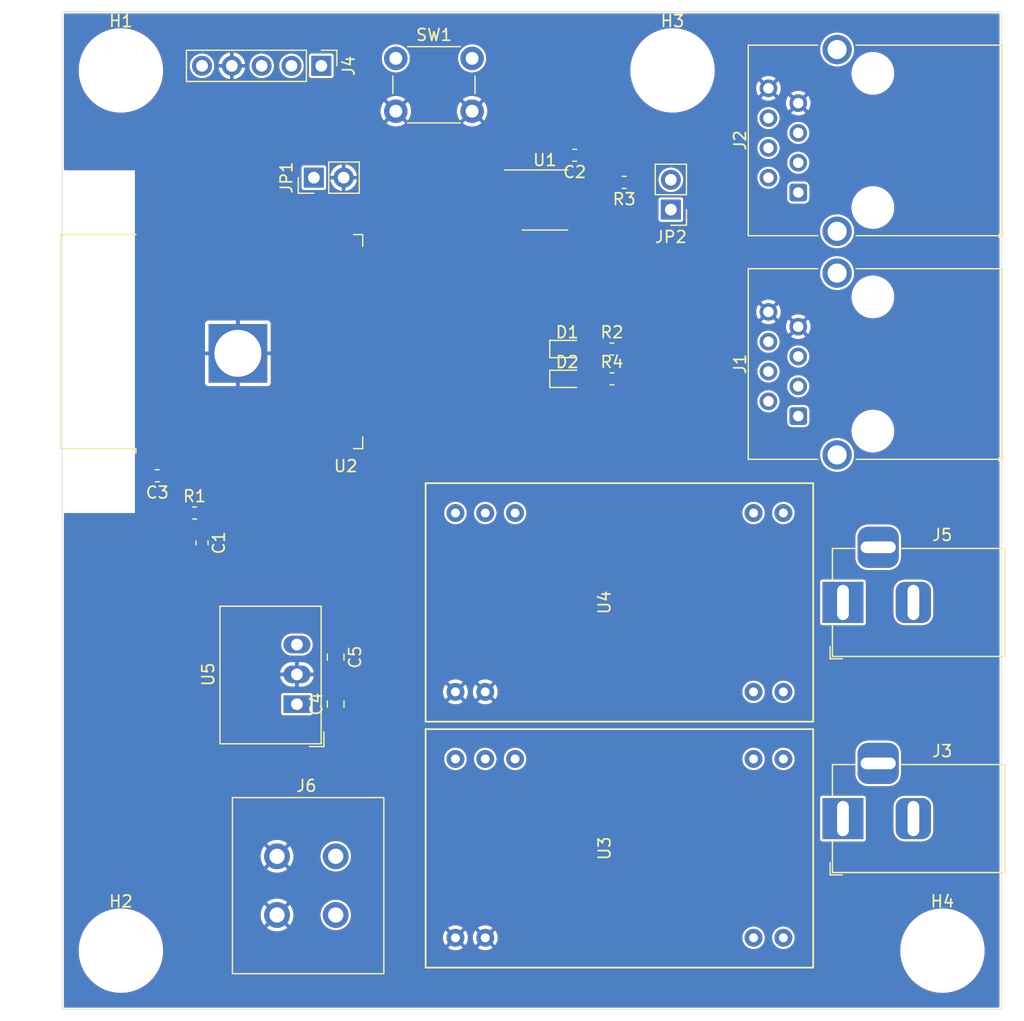
<source format=kicad_pcb>
(kicad_pcb (version 20190905) (host pcbnew "(5.99.0-204-g8c2ee6c02)")
  (layers (0 "F.Cu" signal) (31 "B.Cu" signal) (34 "B.Paste" user) (35 "F.Paste" user) (36 "B.SilkS" user) (37 "F.SilkS" user) (38 "B.Mask" user) (39 "F.Mask" user) (44 "Edge.Cuts" user))
  (net 0 "")
  (net 1 "GND")
  (net 2 "/EN")
  (net 3 "+3V3")
  (net 4 "Net-(D1-Pad2)")
  (net 5 "Net-(D2-Pad2)")
  (net 6 "/W_COLD-")
  (net 7 "/W_COLD+")
  (net 8 "/USB_RXD")
  (net 9 "/USB_TXD")
  (net 10 "/W_WARM-")
  (net 11 "/W_WARM+")
  (net 12 "/IO0")
  (net 13 "Net-(JP2-Pad2)")
  (net 14 "/RS485_A")
  (net 15 "/RS485_B")
  (net 16 "/DI")
  (net 17 "/RO")
  (net 18 "+28V")
  (net 19 "/TASTER")
  (net 20 "/RTS")
  (net 21 "Net-(J1-PadSH)")
  (net 22 "/RJ45_6")
  (net 23 "/RJ45_5")
  (net 24 "/RJ45_4")
  (net 25 "/RJ45_3")
  (net 26 "Net-(J2-PadSH)")
  (module "MTJ-88TX1-FSD-PGB:RJ45_MTJ-88TX1-FSD-PGB" (layer "F.Cu") (at 132.715 65.405 90)
    (fp_text reference "J2" (at 4.45 -4.96 90) (layer "F.SilkS"))
    (fp_text value "RJ45")
    (fp_line (start -3.46 17.26) (end -3.46 17.51) (layer "F.SilkS") (width 0.12))
    (fp_line (start -3.56 17.11) (end -3.81 17.11) (layer "F.SilkS") (width 0.12))
    (fp_line (start 12.56 4.93) (end 12.56 17.38) (layer "F.SilkS") (width 0.12))
    (fp_line (start 12.56 17.38) (end -3.68 17.38) (layer "F.SilkS") (width 0.12))
    (fp_line (start -3.68 4.93) (end -3.68 17.38) (layer "F.SilkS") (width 0.12))
    (fp_line (start -3.68 -4.26) (end -3.68 1.65) (layer "F.SilkS") (width 0.12))
    (fp_line (start 12.56 -4.26) (end 12.56 1.65) (layer "F.SilkS") (width 0.12))
    (fp_line (start -3.68 -4.26) (end 12.56 -4.26) (layer "F.SilkS") (width 0.12))
    (pad "SH" thru_hole circle (at 12.185 3.31 90) (size 2.5 2.5) (drill 1.63) (layers *.Cu *.Mask) (net 26 "Net-(J2-PadSH)"))
    (pad "8" thru_hole circle (at 8.88 -2.54 90) (size 1.5 1.5) (drill 0.9) (layers *.Cu *.Mask) (net 1 "GND"))
    (pad "SH" thru_hole circle (at -3.305 3.31 90) (size 2.5 2.5) (drill 1.63) (layers *.Cu *.Mask) (net 26 "Net-(J2-PadSH)"))
    (pad "7" thru_hole circle (at 7.62 0 90) (size 1.5 1.5) (drill 0.9) (layers *.Cu *.Mask) (net 1 "GND"))
    (pad "6" thru_hole circle (at 6.34 -2.54 180) (size 1.5 1.5) (drill 0.9) (layers *.Cu *.Mask) (net 22 "/RJ45_6"))
    (pad "5" thru_hole circle (at 5.08 0 90) (size 1.5 1.5) (drill 0.9) (layers *.Cu *.Mask) (net 23 "/RJ45_5"))
    (pad "4" thru_hole circle (at 3.8 -2.54 90) (size 1.5 1.5) (drill 0.9) (layers *.Cu *.Mask) (net 24 "/RJ45_4"))
    (pad "3" thru_hole circle (at 2.54 0 90) (size 1.5 1.5) (drill 0.9) (layers *.Cu *.Mask) (net 25 "/RJ45_3"))
    (pad "2" thru_hole circle (at 1.26 -2.54 90) (size 1.5 1.5) (drill 0.9) (layers *.Cu *.Mask) (net 15 "/RS485_B"))
    (pad "1" thru_hole roundrect (at 0 0 90) (size 1.5 1.5) (drill 0.9) (layers *.Cu *.Mask) (roundrect_rratio 0.167) (net 14 "/RS485_A"))
    (pad "" np_thru_hole circle (at -1.275 6.36 90) (size 3.25 3.25) (drill 3.25) (layers *.Cu *.Mask))
    (pad "" np_thru_hole circle (at 10.155 6.36 90) (size 3.25 3.25) (drill 3.25) (layers *.Cu *.Mask))
  )
  (module "MTJ-88TX1-FSD-PGB:RJ45_MTJ-88TX1-FSD-PGB" (layer "F.Cu") (at 132.715 84.455 90)
    (fp_text reference "J1" (at 4.45 -4.96 90) (layer "F.SilkS"))
    (fp_text value "RJ45")
    (fp_line (start -3.46 17.26) (end -3.46 17.51) (layer "F.SilkS") (width 0.12))
    (fp_line (start -3.56 17.11) (end -3.81 17.11) (layer "F.SilkS") (width 0.12))
    (fp_line (start 12.56 4.93) (end 12.56 17.38) (layer "F.SilkS") (width 0.12))
    (fp_line (start 12.56 17.38) (end -3.68 17.38) (layer "F.SilkS") (width 0.12))
    (fp_line (start -3.68 4.93) (end -3.68 17.38) (layer "F.SilkS") (width 0.12))
    (fp_line (start -3.68 -4.26) (end -3.68 1.65) (layer "F.SilkS") (width 0.12))
    (fp_line (start 12.56 -4.26) (end 12.56 1.65) (layer "F.SilkS") (width 0.12))
    (fp_line (start -3.68 -4.26) (end 12.56 -4.26) (layer "F.SilkS") (width 0.12))
    (pad "SH" thru_hole circle (at 12.185 3.31 90) (size 2.5 2.5) (drill 1.63) (layers *.Cu *.Mask) (net 21 "Net-(J1-PadSH)"))
    (pad "8" thru_hole circle (at 8.88 -2.54 90) (size 1.5 1.5) (drill 0.9) (layers *.Cu *.Mask) (net 1 "GND"))
    (pad "SH" thru_hole circle (at -3.305 3.31 90) (size 2.5 2.5) (drill 1.63) (layers *.Cu *.Mask) (net 21 "Net-(J1-PadSH)"))
    (pad "7" thru_hole circle (at 7.62 0 90) (size 1.5 1.5) (drill 0.9) (layers *.Cu *.Mask) (net 1 "GND"))
    (pad "6" thru_hole circle (at 6.34 -2.54 180) (size 1.5 1.5) (drill 0.9) (layers *.Cu *.Mask) (net 22 "/RJ45_6"))
    (pad "5" thru_hole circle (at 5.08 0 90) (size 1.5 1.5) (drill 0.9) (layers *.Cu *.Mask) (net 23 "/RJ45_5"))
    (pad "4" thru_hole circle (at 3.8 -2.54 90) (size 1.5 1.5) (drill 0.9) (layers *.Cu *.Mask) (net 24 "/RJ45_4"))
    (pad "3" thru_hole circle (at 2.54 0 90) (size 1.5 1.5) (drill 0.9) (layers *.Cu *.Mask) (net 25 "/RJ45_3"))
    (pad "2" thru_hole circle (at 1.26 -2.54 90) (size 1.5 1.5) (drill 0.9) (layers *.Cu *.Mask) (net 15 "/RS485_B"))
    (pad "1" thru_hole roundrect (at 0 0 90) (size 1.5 1.5) (drill 0.9) (layers *.Cu *.Mask) (roundrect_rratio 0.167) (net 14 "/RS485_A"))
    (pad "" np_thru_hole circle (at -1.275 6.36 90) (size 3.25 3.25) (drill 3.25) (layers *.Cu *.Mask))
    (pad "" np_thru_hole circle (at 10.155 6.36 90) (size 3.25 3.25) (drill 3.25) (layers *.Cu *.Mask))
  )
  (module "TBL005A-500:TBL005A-500-02" (layer "F.Cu") (at 90.805 124.46)
    (fp_text reference "J6" (at 0 -8.5 unlocked) (layer "F.SilkS"))
    (fp_text value "Conn_01x02")
    (fp_line (start -6.3 -7.5) (end 6.6 -7.5) (layer "F.SilkS") (width 0.12))
    (fp_line (start 6.6 -7.5) (end 6.6 7.5) (layer "F.SilkS") (width 0.12))
    (fp_line (start 6.6 7.5) (end -6.3 7.5) (layer "F.SilkS") (width 0.12))
    (fp_line (start -6.3 7.5) (end -6.3 -7.5) (layer "F.SilkS") (width 0.12))
    (pad "2" thru_hole circle (at 2.5 2.5) (size 2.2 2.2) (drill 1.3) (layers *.Cu *.Mask) (net 18 "+28V"))
    (pad "1" thru_hole circle (at -2.5 2.5) (size 2.2 2.2) (drill 1.3) (layers *.Cu *.Mask) (net 1 "GND"))
    (pad "2" thru_hole circle (at 2.5 -2.5) (size 2.2 2.2) (drill 1.3) (layers *.Cu *.Mask) (net 18 "+28V"))
    (pad "1" thru_hole circle (at -2.5 -2.5) (size 2.2 2.2) (drill 1.3) (layers *.Cu *.Mask) (net 1 "GND"))
  )
  (module "MountingHole:MountingHole_3.2mm_M3" (layer "F.Cu") (at 145 130)
    (fp_text reference "H4" (at 0 -4.2) (layer "F.SilkS"))
    (fp_text value "MountingHole")
    (pad "1" np_thru_hole circle (at 0 0) (size 3.2 3.2) (drill 3.2) (layers *.Cu *.Mask))
  )
  (module "MountingHole:MountingHole_3.2mm_M3" (layer "F.Cu") (at 122 55)
    (fp_text reference "H3" (at 0 -4.2) (layer "F.SilkS"))
    (fp_text value "MountingHole")
    (pad "1" np_thru_hole circle (at 0 0) (size 3.2 3.2) (drill 3.2) (layers *.Cu *.Mask))
  )
  (module "MountingHole:MountingHole_3.2mm_M3" (layer "F.Cu") (at 75 130)
    (fp_text reference "H2" (at 0 -4.2) (layer "F.SilkS"))
    (fp_text value "MountingHole")
    (pad "1" np_thru_hole circle (at 0 0) (size 3.2 3.2) (drill 3.2) (layers *.Cu *.Mask))
  )
  (module "MountingHole:MountingHole_3.2mm_M3" (layer "F.Cu") (at 75 55)
    (fp_text reference "H1" (at 0 -4.2) (layer "F.SilkS"))
    (fp_text value "MountingHole")
    (pad "1" np_thru_hole circle (at 0 0) (size 3.2 3.2) (drill 3.2) (layers *.Cu *.Mask))
  )
  (module "Capacitor_SMD:C_0805_2012Metric" (layer "F.Cu") (at 93.3 104.99 -90)
    (fp_text reference "C5" (at 0 -1.65 90) (layer "F.SilkS"))
    (fp_text value "22u")
    (fp_line (start -0.258578 -0.71) (end 0.258578 -0.71) (layer "F.SilkS") (width 0.12))
    (fp_line (start -0.258578 0.71) (end 0.258578 0.71) (layer "F.SilkS") (width 0.12))
    (pad "2" smd roundrect (at 0.9375 0 270) (size 0.975 1.4) (layers "F.Cu" "F.Paste" "F.Mask") (net 1 "GND"))
    (pad "1" smd roundrect (at -0.9375 0 270) (size 0.975 1.4) (layers "F.Cu" "F.Paste" "F.Mask") (net 3 "+3V3"))
  )
  (module "Capacitor_SMD:C_0805_2012Metric" (layer "F.Cu") (at 93.3 108.99 90)
    (fp_text reference "C4" (at 0 -1.65 90) (layer "F.SilkS"))
    (fp_text value "10u")
    (fp_line (start -0.258578 -0.71) (end 0.258578 -0.71) (layer "F.SilkS") (width 0.12))
    (fp_line (start -0.258578 0.71) (end 0.258578 0.71) (layer "F.SilkS") (width 0.12))
    (pad "2" smd roundrect (at 0.9375 0 90) (size 0.975 1.4) (layers "F.Cu" "F.Paste" "F.Mask") (net 1 "GND"))
    (pad "1" smd roundrect (at -0.9375 0 90) (size 0.975 1.4) (layers "F.Cu" "F.Paste" "F.Mask") (net 18 "+28V"))
  )
  (module "Button_Switch_THT:SW_PUSH_6mm" (layer "F.Cu") (at 98.425 53.975)
    (fp_text reference "SW1" (at 3.25 -2) (layer "F.SilkS"))
    (fp_text value "SW_Push")
    (fp_line (start 1 5.5) (end 5.5 5.5) (layer "F.SilkS") (width 0.12))
    (fp_line (start -0.25 1.5) (end -0.25 3) (layer "F.SilkS") (width 0.12))
    (fp_line (start 5.5 -1) (end 1 -1) (layer "F.SilkS") (width 0.12))
    (fp_line (start 6.75 3) (end 6.75 1.5) (layer "F.SilkS") (width 0.12))
    (pad "1" thru_hole circle (at 6.5 0 90) (size 2 2) (drill 1.1) (layers *.Cu *.Mask) (net 19 "/TASTER"))
    (pad "2" thru_hole circle (at 6.5 4.5 90) (size 2 2) (drill 1.1) (layers *.Cu *.Mask) (net 1 "GND"))
    (pad "1" thru_hole circle (at 0 0 90) (size 2 2) (drill 1.1) (layers *.Cu *.Mask) (net 19 "/TASTER"))
    (pad "2" thru_hole circle (at 0 4.5 90) (size 2 2) (drill 1.1) (layers *.Cu *.Mask) (net 1 "GND"))
  )
  (module "Converter_DCDC:Converter_DCDC_RECOM_R-78E-0.5_THT" (layer "F.Cu") (at 90 109 90)
    (fp_text reference "U5" (at 2.54 -7.56 90) (layer "F.SilkS"))
    (fp_text value "VXO7803-1000")
    (fp_line (start -3.611 2.3) (end -2.371 2.3) (layer "F.SilkS") (width 0.12))
    (fp_line (start -3.611 1.06) (end -3.611 2.3) (layer "F.SilkS") (width 0.12))
    (fp_line (start 8.35 -6.56) (end 8.35 2.06) (layer "F.SilkS") (width 0.12))
    (fp_line (start -3.371 -6.56) (end -3.371 2.06) (layer "F.SilkS") (width 0.12))
    (fp_line (start -3.371 2.06) (end 8.35 2.06) (layer "F.SilkS") (width 0.12))
    (fp_line (start -3.371 -6.56) (end 8.35 -6.56) (layer "F.SilkS") (width 0.12))
    (pad "3" thru_hole oval (at 5.08 0 90) (size 1.5 2.3) (drill 1) (layers *.Cu *.Mask) (net 3 "+3V3"))
    (pad "2" thru_hole oval (at 2.54 0 90) (size 1.5 2.3) (drill 1) (layers *.Cu *.Mask) (net 1 "GND"))
    (pad "1" thru_hole rect (at 0 0 90) (size 1.5 2.3) (drill 1) (layers *.Cu *.Mask) (net 18 "+28V"))
  )
  (module "meanwell_led_driver:LDD_H" (layer "F.Cu") (at 117.475 100.33 90)
    (fp_text reference "U4" (at 0 -1.27 90) (layer "F.SilkS"))
    (fp_text value "LDD-H")
    (fp_line (start -10.16 16.51) (end -10.16 -16.51) (layer "F.SilkS") (width 0.15))
    (fp_line (start 10.16 16.51) (end -10.16 16.51) (layer "F.SilkS") (width 0.15))
    (fp_line (start 10.16 -16.51) (end 10.16 16.51) (layer "F.SilkS") (width 0.15))
    (fp_line (start -10.16 -16.51) (end 10.16 -16.51) (layer "F.SilkS") (width 0.15))
    (pad "24" thru_hole circle (at 7.62 -13.97 90) (size 1.524 1.524) (drill 0.762) (layers *.Cu *.Mask) (net 18 "+28V"))
    (pad "23" thru_hole circle (at 7.62 -11.43 90) (size 1.524 1.524) (drill 0.762) (layers *.Cu *.Mask) (net 18 "+28V"))
    (pad "22" thru_hole circle (at 7.62 -8.89 90) (size 1.524 1.524) (drill 0.762) (layers *.Cu *.Mask))
    (pad "14" thru_hole circle (at 7.62 11.43 90) (size 1.524 1.524) (drill 0.762) (layers *.Cu *.Mask) (net 11 "/W_WARM+"))
    (pad "13" thru_hole circle (at 7.62 13.97 90) (size 1.524 1.524) (drill 0.762) (layers *.Cu *.Mask) (net 11 "/W_WARM+"))
    (pad "12" thru_hole circle (at -7.62 13.97 90) (size 1.524 1.524) (drill 0.762) (layers *.Cu *.Mask) (net 10 "/W_WARM-"))
    (pad "11" thru_hole circle (at -7.62 11.43 90) (size 1.524 1.524) (drill 0.762) (layers *.Cu *.Mask) (net 10 "/W_WARM-"))
    (pad "2" thru_hole circle (at -7.62 -11.43 90) (size 1.524 1.524) (drill 0.762) (layers *.Cu *.Mask) (net 1 "GND"))
    (pad "1" thru_hole circle (at -7.62 -13.97 90) (size 1.524 1.524) (drill 0.762) (layers *.Cu *.Mask) (net 1 "GND"))
  )
  (module "meanwell_led_driver:LDD_H" (layer "F.Cu") (at 117.475 121.285 90)
    (fp_text reference "U3" (at 0 -1.27 90) (layer "F.SilkS"))
    (fp_text value "LDD-H")
    (fp_line (start -10.16 16.51) (end -10.16 -16.51) (layer "F.SilkS") (width 0.15))
    (fp_line (start 10.16 16.51) (end -10.16 16.51) (layer "F.SilkS") (width 0.15))
    (fp_line (start 10.16 -16.51) (end 10.16 16.51) (layer "F.SilkS") (width 0.15))
    (fp_line (start -10.16 -16.51) (end 10.16 -16.51) (layer "F.SilkS") (width 0.15))
    (pad "24" thru_hole circle (at 7.62 -13.97 90) (size 1.524 1.524) (drill 0.762) (layers *.Cu *.Mask) (net 18 "+28V"))
    (pad "23" thru_hole circle (at 7.62 -11.43 90) (size 1.524 1.524) (drill 0.762) (layers *.Cu *.Mask) (net 18 "+28V"))
    (pad "22" thru_hole circle (at 7.62 -8.89 90) (size 1.524 1.524) (drill 0.762) (layers *.Cu *.Mask))
    (pad "14" thru_hole circle (at 7.62 11.43 90) (size 1.524 1.524) (drill 0.762) (layers *.Cu *.Mask) (net 7 "/W_COLD+"))
    (pad "13" thru_hole circle (at 7.62 13.97 90) (size 1.524 1.524) (drill 0.762) (layers *.Cu *.Mask) (net 7 "/W_COLD+"))
    (pad "12" thru_hole circle (at -7.62 13.97 90) (size 1.524 1.524) (drill 0.762) (layers *.Cu *.Mask) (net 6 "/W_COLD-"))
    (pad "11" thru_hole circle (at -7.62 11.43 90) (size 1.524 1.524) (drill 0.762) (layers *.Cu *.Mask) (net 6 "/W_COLD-"))
    (pad "2" thru_hole circle (at -7.62 -11.43 90) (size 1.524 1.524) (drill 0.762) (layers *.Cu *.Mask) (net 1 "GND"))
    (pad "1" thru_hole circle (at -7.62 -13.97 90) (size 1.524 1.524) (drill 0.762) (layers *.Cu *.Mask) (net 1 "GND"))
  )
  (module "RF_Module:ESP32-WROOM-32" (layer "F.Cu") (at 85.725 78.105 90)
    (fp_text reference "U2" (at -10.61 8.43) (layer "F.SilkS"))
    (fp_text value "ESP32-WROOM-32D")
    (fp_line (start -9.12 -9.445) (end -9.5 -9.445) (layer "F.SilkS") (width 0.12))
    (fp_line (start -9.12 -15.865) (end -9.12 -9.445) (layer "F.SilkS") (width 0.12))
    (fp_line (start 9.12 -15.865) (end 9.12 -9.445) (layer "F.SilkS") (width 0.12))
    (fp_line (start -9.12 -15.865) (end 9.12 -15.865) (layer "F.SilkS") (width 0.12))
    (fp_line (start 9.12 9.88) (end 8.12 9.88) (layer "F.SilkS") (width 0.12))
    (fp_line (start 9.12 9.1) (end 9.12 9.88) (layer "F.SilkS") (width 0.12))
    (fp_line (start -9.12 9.88) (end -8.12 9.88) (layer "F.SilkS") (width 0.12))
    (fp_line (start -9.12 9.1) (end -9.12 9.88) (layer "F.SilkS") (width 0.12))
    (pad "38" smd rect (at 8.5 -8.255 90) (size 2 0.9) (layers "F.Cu" "F.Paste" "F.Mask") (net 1 "GND"))
    (pad "37" smd rect (at 8.5 -6.985 90) (size 2 0.9) (layers "F.Cu" "F.Paste" "F.Mask"))
    (pad "36" smd rect (at 8.5 -5.715 90) (size 2 0.9) (layers "F.Cu" "F.Paste" "F.Mask"))
    (pad "35" smd rect (at 8.5 -4.445 90) (size 2 0.9) (layers "F.Cu" "F.Paste" "F.Mask") (net 8 "/USB_RXD"))
    (pad "34" smd rect (at 8.5 -3.175 90) (size 2 0.9) (layers "F.Cu" "F.Paste" "F.Mask") (net 9 "/USB_TXD"))
    (pad "33" smd rect (at 8.5 -1.905 90) (size 2 0.9) (layers "F.Cu" "F.Paste" "F.Mask"))
    (pad "32" smd rect (at 8.5 -0.635 90) (size 2 0.9) (layers "F.Cu" "F.Paste" "F.Mask"))
    (pad "31" smd rect (at 8.5 0.635 90) (size 2 0.9) (layers "F.Cu" "F.Paste" "F.Mask"))
    (pad "30" smd rect (at 8.5 1.905 90) (size 2 0.9) (layers "F.Cu" "F.Paste" "F.Mask"))
    (pad "29" smd rect (at 8.5 3.175 90) (size 2 0.9) (layers "F.Cu" "F.Paste" "F.Mask"))
    (pad "28" smd rect (at 8.5 4.445 90) (size 2 0.9) (layers "F.Cu" "F.Paste" "F.Mask") (net 16 "/DI"))
    (pad "27" smd rect (at 8.5 5.715 90) (size 2 0.9) (layers "F.Cu" "F.Paste" "F.Mask") (net 17 "/RO"))
    (pad "26" smd rect (at 8.5 6.985 90) (size 2 0.9) (layers "F.Cu" "F.Paste" "F.Mask") (net 20 "/RTS"))
    (pad "25" smd rect (at 8.5 8.255 90) (size 2 0.9) (layers "F.Cu" "F.Paste" "F.Mask") (net 12 "/IO0"))
    (pad "24" smd rect (at 5.715 9.255 180) (size 2 0.9) (layers "F.Cu" "F.Paste" "F.Mask"))
    (pad "23" smd rect (at 4.445 9.255 180) (size 2 0.9) (layers "F.Cu" "F.Paste" "F.Mask"))
    (pad "22" smd rect (at 3.175 9.255 180) (size 2 0.9) (layers "F.Cu" "F.Paste" "F.Mask"))
    (pad "21" smd rect (at 1.905 9.255 180) (size 2 0.9) (layers "F.Cu" "F.Paste" "F.Mask"))
    (pad "20" smd rect (at 0.635 9.255 180) (size 2 0.9) (layers "F.Cu" "F.Paste" "F.Mask"))
    (pad "19" smd rect (at -0.635 9.255 180) (size 2 0.9) (layers "F.Cu" "F.Paste" "F.Mask"))
    (pad "18" smd rect (at -1.905 9.255 180) (size 2 0.9) (layers "F.Cu" "F.Paste" "F.Mask"))
    (pad "17" smd rect (at -3.175 9.255 180) (size 2 0.9) (layers "F.Cu" "F.Paste" "F.Mask"))
    (pad "16" smd rect (at -4.445 9.255 180) (size 2 0.9) (layers "F.Cu" "F.Paste" "F.Mask"))
    (pad "15" smd rect (at -5.715 9.255 180) (size 2 0.9) (layers "F.Cu" "F.Paste" "F.Mask") (net 1 "GND"))
    (pad "14" smd rect (at -8.5 8.255 90) (size 2 0.9) (layers "F.Cu" "F.Paste" "F.Mask"))
    (pad "13" smd rect (at -8.5 6.985 90) (size 2 0.9) (layers "F.Cu" "F.Paste" "F.Mask"))
    (pad "12" smd rect (at -8.5 5.715 90) (size 2 0.9) (layers "F.Cu" "F.Paste" "F.Mask"))
    (pad "11" smd rect (at -8.5 4.445 90) (size 2 0.9) (layers "F.Cu" "F.Paste" "F.Mask"))
    (pad "10" smd rect (at -8.5 3.175 90) (size 2 0.9) (layers "F.Cu" "F.Paste" "F.Mask"))
    (pad "9" smd rect (at -8.5 1.905 90) (size 2 0.9) (layers "F.Cu" "F.Paste" "F.Mask"))
    (pad "8" smd rect (at -8.5 0.635 90) (size 2 0.9) (layers "F.Cu" "F.Paste" "F.Mask"))
    (pad "7" smd rect (at -8.5 -0.635 90) (size 2 0.9) (layers "F.Cu" "F.Paste" "F.Mask"))
    (pad "6" smd rect (at -8.5 -1.905 90) (size 2 0.9) (layers "F.Cu" "F.Paste" "F.Mask"))
    (pad "5" smd rect (at -8.5 -3.175 90) (size 2 0.9) (layers "F.Cu" "F.Paste" "F.Mask"))
    (pad "4" smd rect (at -8.5 -4.445 90) (size 2 0.9) (layers "F.Cu" "F.Paste" "F.Mask"))
    (pad "3" smd rect (at -8.5 -5.715 90) (size 2 0.9) (layers "F.Cu" "F.Paste" "F.Mask") (net 2 "/EN"))
    (pad "2" smd rect (at -8.5 -6.985 90) (size 2 0.9) (layers "F.Cu" "F.Paste" "F.Mask") (net 3 "+3V3"))
    (pad "1" smd rect (at -8.5 -8.255 90) (size 2 0.9) (layers "F.Cu" "F.Paste" "F.Mask") (net 1 "GND"))
    (pad "39" thru_hole rect (at -1 -0.755 90) (size 5 5) (drill 4) (layers *.Cu *.Mask) (net 1 "GND"))
  )
  (module "Package_SO:SOIC-8_3.9x4.9mm_P1.27mm" (layer "F.Cu") (at 111.125 66.04)
    (fp_text reference "U1" (at 0 -3.4) (layer "F.SilkS"))
    (fp_text value "ST1480ACDR")
    (fp_line (start 0 -2.56) (end -3.45 -2.56) (layer "F.SilkS") (width 0.12))
    (fp_line (start 0 -2.56) (end 1.95 -2.56) (layer "F.SilkS") (width 0.12))
    (fp_line (start 0 2.56) (end -1.95 2.56) (layer "F.SilkS") (width 0.12))
    (fp_line (start 0 2.56) (end 1.95 2.56) (layer "F.SilkS") (width 0.12))
    (pad "8" smd roundrect (at 2.475 -1.905) (size 1.95 0.6) (layers "F.Cu" "F.Paste" "F.Mask") (net 3 "+3V3"))
    (pad "7" smd roundrect (at 2.475 -0.635) (size 1.95 0.6) (layers "F.Cu" "F.Paste" "F.Mask") (net 15 "/RS485_B"))
    (pad "6" smd roundrect (at 2.475 0.635) (size 1.95 0.6) (layers "F.Cu" "F.Paste" "F.Mask") (net 14 "/RS485_A"))
    (pad "5" smd roundrect (at 2.475 1.905) (size 1.95 0.6) (layers "F.Cu" "F.Paste" "F.Mask") (net 1 "GND"))
    (pad "4" smd roundrect (at -2.475 1.905) (size 1.95 0.6) (layers "F.Cu" "F.Paste" "F.Mask") (net 16 "/DI"))
    (pad "3" smd roundrect (at -2.475 0.635) (size 1.95 0.6) (layers "F.Cu" "F.Paste" "F.Mask") (net 20 "/RTS"))
    (pad "2" smd roundrect (at -2.475 -0.635) (size 1.95 0.6) (layers "F.Cu" "F.Paste" "F.Mask") (net 20 "/RTS"))
    (pad "1" smd roundrect (at -2.475 -1.905) (size 1.95 0.6) (layers "F.Cu" "F.Paste" "F.Mask") (net 17 "/RO"))
  )
  (module "Resistor_SMD:R_0603_1608Metric" (layer "F.Cu") (at 116.84 81.28)
    (fp_text reference "R4" (at 0 -1.43) (layer "F.SilkS"))
    (fp_text value "1k")
    (fp_line (start -0.162779 0.51) (end 0.162779 0.51) (layer "F.SilkS") (width 0.12))
    (fp_line (start -0.162779 -0.51) (end 0.162779 -0.51) (layer "F.SilkS") (width 0.12))
    (pad "2" smd roundrect (at 0.7875 0) (size 0.875 0.95) (layers "F.Cu" "F.Paste" "F.Mask"))
    (pad "1" smd roundrect (at -0.7875 0) (size 0.875 0.95) (layers "F.Cu" "F.Paste" "F.Mask") (net 5 "Net-(D2-Pad2)"))
  )
  (module "Resistor_SMD:R_0603_1608Metric" (layer "F.Cu") (at 117.885 64.54 180)
    (fp_text reference "R3" (at 0 -1.43) (layer "F.SilkS"))
    (fp_text value "120R")
    (fp_line (start -0.162779 0.51) (end 0.162779 0.51) (layer "F.SilkS") (width 0.12))
    (fp_line (start -0.162779 -0.51) (end 0.162779 -0.51) (layer "F.SilkS") (width 0.12))
    (pad "2" smd roundrect (at 0.7875 0 180) (size 0.875 0.95) (layers "F.Cu" "F.Paste" "F.Mask") (net 15 "/RS485_B"))
    (pad "1" smd roundrect (at -0.7875 0 180) (size 0.875 0.95) (layers "F.Cu" "F.Paste" "F.Mask") (net 13 "Net-(JP2-Pad2)"))
  )
  (module "Resistor_SMD:R_0603_1608Metric" (layer "F.Cu") (at 116.84 78.74)
    (fp_text reference "R2" (at 0 -1.43) (layer "F.SilkS"))
    (fp_text value "1k")
    (fp_line (start -0.162779 0.51) (end 0.162779 0.51) (layer "F.SilkS") (width 0.12))
    (fp_line (start -0.162779 -0.51) (end 0.162779 -0.51) (layer "F.SilkS") (width 0.12))
    (pad "2" smd roundrect (at 0.7875 0) (size 0.875 0.95) (layers "F.Cu" "F.Paste" "F.Mask"))
    (pad "1" smd roundrect (at -0.7875 0) (size 0.875 0.95) (layers "F.Cu" "F.Paste" "F.Mask") (net 4 "Net-(D1-Pad2)"))
  )
  (module "Resistor_SMD:R_0603_1608Metric" (layer "F.Cu") (at 81.28 92.71)
    (fp_text reference "R1" (at 0 -1.43) (layer "F.SilkS"))
    (fp_text value "10k")
    (fp_line (start -0.162779 0.51) (end 0.162779 0.51) (layer "F.SilkS") (width 0.12))
    (fp_line (start -0.162779 -0.51) (end 0.162779 -0.51) (layer "F.SilkS") (width 0.12))
    (pad "2" smd roundrect (at 0.7875 0) (size 0.875 0.95) (layers "F.Cu" "F.Paste" "F.Mask") (net 2 "/EN"))
    (pad "1" smd roundrect (at -0.7875 0) (size 0.875 0.95) (layers "F.Cu" "F.Paste" "F.Mask") (net 3 "+3V3"))
  )
  (module "Connector_PinHeader_2.54mm:PinHeader_1x02_P2.54mm_Vertical" (layer "F.Cu") (at 121.8575 66.86 180)
    (fp_text reference "JP2" (at 0 -2.33) (layer "F.SilkS"))
    (fp_text value "Jumper_2_Open")
    (fp_line (start -1.33 -1.33) (end 0 -1.33) (layer "F.SilkS") (width 0.12))
    (fp_line (start -1.33 0) (end -1.33 -1.33) (layer "F.SilkS") (width 0.12))
    (fp_line (start -1.33 1.27) (end 1.33 1.27) (layer "F.SilkS") (width 0.12))
    (fp_line (start 1.33 1.27) (end 1.33 3.87) (layer "F.SilkS") (width 0.12))
    (fp_line (start -1.33 1.27) (end -1.33 3.87) (layer "F.SilkS") (width 0.12))
    (fp_line (start -1.33 3.87) (end 1.33 3.87) (layer "F.SilkS") (width 0.12))
    (pad "2" thru_hole oval (at 0 2.54 180) (size 1.7 1.7) (drill 1) (layers *.Cu *.Mask) (net 13 "Net-(JP2-Pad2)"))
    (pad "1" thru_hole rect (at 0 0 180) (size 1.7 1.7) (drill 1) (layers *.Cu *.Mask) (net 14 "/RS485_A"))
  )
  (module "Connector_PinHeader_2.54mm:PinHeader_1x02_P2.54mm_Vertical" (layer "F.Cu") (at 91.44 64.135 90)
    (fp_text reference "JP1" (at 0 -2.33 90) (layer "F.SilkS"))
    (fp_text value "Jumper_2_Open")
    (fp_line (start -1.33 -1.33) (end 0 -1.33) (layer "F.SilkS") (width 0.12))
    (fp_line (start -1.33 0) (end -1.33 -1.33) (layer "F.SilkS") (width 0.12))
    (fp_line (start -1.33 1.27) (end 1.33 1.27) (layer "F.SilkS") (width 0.12))
    (fp_line (start 1.33 1.27) (end 1.33 3.87) (layer "F.SilkS") (width 0.12))
    (fp_line (start -1.33 1.27) (end -1.33 3.87) (layer "F.SilkS") (width 0.12))
    (fp_line (start -1.33 3.87) (end 1.33 3.87) (layer "F.SilkS") (width 0.12))
    (pad "2" thru_hole oval (at 0 2.54 90) (size 1.7 1.7) (drill 1) (layers *.Cu *.Mask) (net 1 "GND"))
    (pad "1" thru_hole rect (at 0 0 90) (size 1.7 1.7) (drill 1) (layers *.Cu *.Mask) (net 12 "/IO0"))
  )
  (module "Connector_BarrelJack:BarrelJack_Horizontal" (layer "F.Cu") (at 136.525 100.33 180)
    (fp_text reference "J5" (at -8.45 5.75) (layer "F.SilkS"))
    (fp_text value "Barrel_Jack_Switch")
    (fp_line (start 0.9 -4.6) (end 0.9 -2) (layer "F.SilkS") (width 0.12))
    (fp_line (start -13.8 -4.6) (end 0.9 -4.6) (layer "F.SilkS") (width 0.12))
    (fp_line (start 0.9 4.6) (end -1 4.6) (layer "F.SilkS") (width 0.12))
    (fp_line (start 0.9 1.9) (end 0.9 4.6) (layer "F.SilkS") (width 0.12))
    (fp_line (start -13.8 4.6) (end -13.8 -4.6) (layer "F.SilkS") (width 0.12))
    (fp_line (start -5 4.6) (end -13.8 4.6) (layer "F.SilkS") (width 0.12))
    (fp_line (start 0.05 -4.8) (end 1.1 -4.8) (layer "F.SilkS") (width 0.12))
    (fp_line (start 1.1 -3.75) (end 1.1 -4.8) (layer "F.SilkS") (width 0.12))
    (pad "3" thru_hole roundrect (at -3 4.7 180) (size 3.5 3.5) (drill oval 3 1) (layers *.Cu *.Mask) (net 10 "/W_WARM-"))
    (pad "2" thru_hole roundrect (at -6 0 180) (size 3 3.5) (drill oval 1 3) (layers *.Cu *.Mask) (net 10 "/W_WARM-"))
    (pad "1" thru_hole rect (at 0 0 180) (size 3.5 3.5) (drill oval 1 3) (layers *.Cu *.Mask) (net 11 "/W_WARM+"))
  )
  (module "Connector_PinHeader_2.54mm:PinHeader_1x05_P2.54mm_Vertical" (layer "F.Cu") (at 92.075 54.61 -90)
    (fp_text reference "J4" (at 0 -2.33 90) (layer "F.SilkS"))
    (fp_text value "Conn_01x05")
    (fp_line (start -1.33 -1.33) (end 0 -1.33) (layer "F.SilkS") (width 0.12))
    (fp_line (start -1.33 0) (end -1.33 -1.33) (layer "F.SilkS") (width 0.12))
    (fp_line (start -1.33 1.27) (end 1.33 1.27) (layer "F.SilkS") (width 0.12))
    (fp_line (start 1.33 1.27) (end 1.33 11.49) (layer "F.SilkS") (width 0.12))
    (fp_line (start -1.33 1.27) (end -1.33 11.49) (layer "F.SilkS") (width 0.12))
    (fp_line (start -1.33 11.49) (end 1.33 11.49) (layer "F.SilkS") (width 0.12))
    (pad "5" thru_hole oval (at 0 10.16 270) (size 1.7 1.7) (drill 1) (layers *.Cu *.Mask))
    (pad "4" thru_hole oval (at 0 7.62 270) (size 1.7 1.7) (drill 1) (layers *.Cu *.Mask) (net 1 "GND"))
    (pad "3" thru_hole oval (at 0 5.08 270) (size 1.7 1.7) (drill 1) (layers *.Cu *.Mask) (net 8 "/USB_RXD"))
    (pad "2" thru_hole oval (at 0 2.54 270) (size 1.7 1.7) (drill 1) (layers *.Cu *.Mask) (net 9 "/USB_TXD"))
    (pad "1" thru_hole rect (at 0 0 270) (size 1.7 1.7) (drill 1) (layers *.Cu *.Mask))
  )
  (module "Connector_BarrelJack:BarrelJack_Horizontal" (layer "F.Cu") (at 136.525 118.745 180)
    (fp_text reference "J3" (at -8.45 5.75) (layer "F.SilkS"))
    (fp_text value "Barrel_Jack_Switch")
    (fp_line (start 0.9 -4.6) (end 0.9 -2) (layer "F.SilkS") (width 0.12))
    (fp_line (start -13.8 -4.6) (end 0.9 -4.6) (layer "F.SilkS") (width 0.12))
    (fp_line (start 0.9 4.6) (end -1 4.6) (layer "F.SilkS") (width 0.12))
    (fp_line (start 0.9 1.9) (end 0.9 4.6) (layer "F.SilkS") (width 0.12))
    (fp_line (start -13.8 4.6) (end -13.8 -4.6) (layer "F.SilkS") (width 0.12))
    (fp_line (start -5 4.6) (end -13.8 4.6) (layer "F.SilkS") (width 0.12))
    (fp_line (start 0.05 -4.8) (end 1.1 -4.8) (layer "F.SilkS") (width 0.12))
    (fp_line (start 1.1 -3.75) (end 1.1 -4.8) (layer "F.SilkS") (width 0.12))
    (pad "3" thru_hole roundrect (at -3 4.7 180) (size 3.5 3.5) (drill oval 3 1) (layers *.Cu *.Mask) (net 6 "/W_COLD-"))
    (pad "2" thru_hole roundrect (at -6 0 180) (size 3 3.5) (drill oval 1 3) (layers *.Cu *.Mask) (net 6 "/W_COLD-"))
    (pad "1" thru_hole rect (at 0 0 180) (size 3.5 3.5) (drill oval 1 3) (layers *.Cu *.Mask) (net 7 "/W_COLD+"))
  )
  (module "LED_SMD:LED_0603_1608Metric" (layer "F.Cu") (at 113.03 81.28)
    (fp_text reference "D2" (at 0 -1.43) (layer "F.SilkS"))
    (fp_text value "LED")
    (fp_line (start -1.485 0.735) (end 0.8 0.735) (layer "F.SilkS") (width 0.12))
    (fp_line (start -1.485 -0.735) (end -1.485 0.735) (layer "F.SilkS") (width 0.12))
    (fp_line (start 0.8 -0.735) (end -1.485 -0.735) (layer "F.SilkS") (width 0.12))
    (pad "2" smd roundrect (at 0.7875 0) (size 0.875 0.95) (layers "F.Cu" "F.Paste" "F.Mask") (net 5 "Net-(D2-Pad2)"))
    (pad "1" smd roundrect (at -0.7875 0) (size 0.875 0.95) (layers "F.Cu" "F.Paste" "F.Mask") (net 1 "GND"))
  )
  (module "LED_SMD:LED_0603_1608Metric" (layer "F.Cu") (at 113.03 78.74)
    (fp_text reference "D1" (at 0 -1.43) (layer "F.SilkS"))
    (fp_text value "LED")
    (fp_line (start -1.485 0.735) (end 0.8 0.735) (layer "F.SilkS") (width 0.12))
    (fp_line (start -1.485 -0.735) (end -1.485 0.735) (layer "F.SilkS") (width 0.12))
    (fp_line (start 0.8 -0.735) (end -1.485 -0.735) (layer "F.SilkS") (width 0.12))
    (pad "2" smd roundrect (at 0.7875 0) (size 0.875 0.95) (layers "F.Cu" "F.Paste" "F.Mask") (net 4 "Net-(D1-Pad2)"))
    (pad "1" smd roundrect (at -0.7875 0) (size 0.875 0.95) (layers "F.Cu" "F.Paste" "F.Mask") (net 1 "GND"))
  )
  (module "Capacitor_SMD:C_0603_1608Metric" (layer "F.Cu") (at 78.105 89.535 180)
    (fp_text reference "C3" (at 0 -1.43) (layer "F.SilkS"))
    (fp_text value "100n")
    (fp_line (start -0.162779 0.51) (end 0.162779 0.51) (layer "F.SilkS") (width 0.12))
    (fp_line (start -0.162779 -0.51) (end 0.162779 -0.51) (layer "F.SilkS") (width 0.12))
    (pad "2" smd roundrect (at 0.7875 0 180) (size 0.875 0.95) (layers "F.Cu" "F.Paste" "F.Mask") (net 1 "GND"))
    (pad "1" smd roundrect (at -0.7875 0 180) (size 0.875 0.95) (layers "F.Cu" "F.Paste" "F.Mask") (net 3 "+3V3"))
  )
  (module "Capacitor_SMD:C_0603_1608Metric" (layer "F.Cu") (at 113.665 62.23 180)
    (fp_text reference "C2" (at 0 -1.43) (layer "F.SilkS"))
    (fp_text value "100n")
    (fp_line (start -0.162779 0.51) (end 0.162779 0.51) (layer "F.SilkS") (width 0.12))
    (fp_line (start -0.162779 -0.51) (end 0.162779 -0.51) (layer "F.SilkS") (width 0.12))
    (pad "2" smd roundrect (at 0.7875 0 180) (size 0.875 0.95) (layers "F.Cu" "F.Paste" "F.Mask") (net 1 "GND"))
    (pad "1" smd roundrect (at -0.7875 0 180) (size 0.875 0.95) (layers "F.Cu" "F.Paste" "F.Mask") (net 3 "+3V3"))
  )
  (module "Capacitor_SMD:C_0603_1608Metric" (layer "F.Cu") (at 81.915 95.25 -90)
    (fp_text reference "C1" (at 0 -1.43 90) (layer "F.SilkS"))
    (fp_text value "100n")
    (fp_line (start -0.162779 0.51) (end 0.162779 0.51) (layer "F.SilkS") (width 0.12))
    (fp_line (start -0.162779 -0.51) (end 0.162779 -0.51) (layer "F.SilkS") (width 0.12))
    (pad "2" smd roundrect (at 0.7875 0 270) (size 0.875 0.95) (layers "F.Cu" "F.Paste" "F.Mask") (net 1 "GND"))
    (pad "1" smd roundrect (at -0.7875 0 270) (size 0.875 0.95) (layers "F.Cu" "F.Paste" "F.Mask") (net 2 "/EN"))
  )
  (gr_line (start 70 50) (end 150 50) (layer "Edge.Cuts") (width 0.05))
  (gr_line (start 70 50) (end 70 135) (layer "Edge.Cuts") (width 0.05))
  (gr_line (start 150 135) (end 150 50) (layer "Edge.Cuts") (width 0.05))
  (gr_line (start 70 135) (end 150 135) (layer "Edge.Cuts") (width 0.05))
  (zone (net 1) (net_name "GND") (layer "F.Cu") (connect_pads (clearance 0.15)) (min_thickness 0.2) (fill yes (thermal_gap 0.3) (thermal_bridge_width 0.3))
    (polygon (pts (xy 69 49) (xy 151 49) (xy 151 136) (xy 69 136)))
  )
  (zone (net 1) (net_name "GND") (layer "B.Cu") (connect_pads (clearance 0.15)) (min_thickness 0.2) (fill yes (thermal_gap 0.3) (thermal_bridge_width 0.3))
    (polygon (pts (xy 69 49) (xy 151 49) (xy 151 136) (xy 69 136)))
  )
  (zone (net 0) (net_name "") (layers F&B.Cu) (connect_pads (clearance 0.15)) (min_thickness 0.254)
    (keepout (tracks not_allowed) (vias not_allowed) (copperpour not_allowed))
    (fill (thermal_gap 0.508) (thermal_bridge_width 0.508))
    (polygon (pts (xy 64.77 63.5) (xy 76.2 63.5) (xy 76.2 92.71) (xy 64.77 92.71)))
  )
)
</source>
